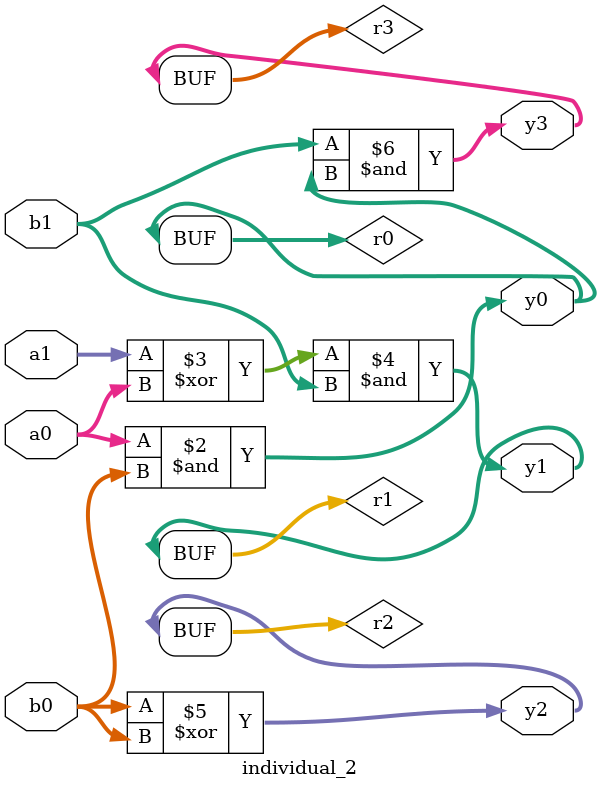
<source format=sv>
module individual_2(input logic [15:0] a1, input logic [15:0] a0, input logic [15:0] b1, input logic [15:0] b0, output logic [15:0] y3, output logic [15:0] y2, output logic [15:0] y1, output logic [15:0] y0);
logic [15:0] r0, r1, r2, r3; 
 always@(*) begin 
	 r0 = a0; r1 = a1; r2 = b0; r3 = b1; 
 	 r0  &=  r2 ;
 	 r1  ^=  a0 ;
 	 r1  &=  b1 ;
 	 r2  ^=  b0 ;
 	 r3  &=  r0 ;
 	 y3 = r3; y2 = r2; y1 = r1; y0 = r0; 
end
endmodule
</source>
